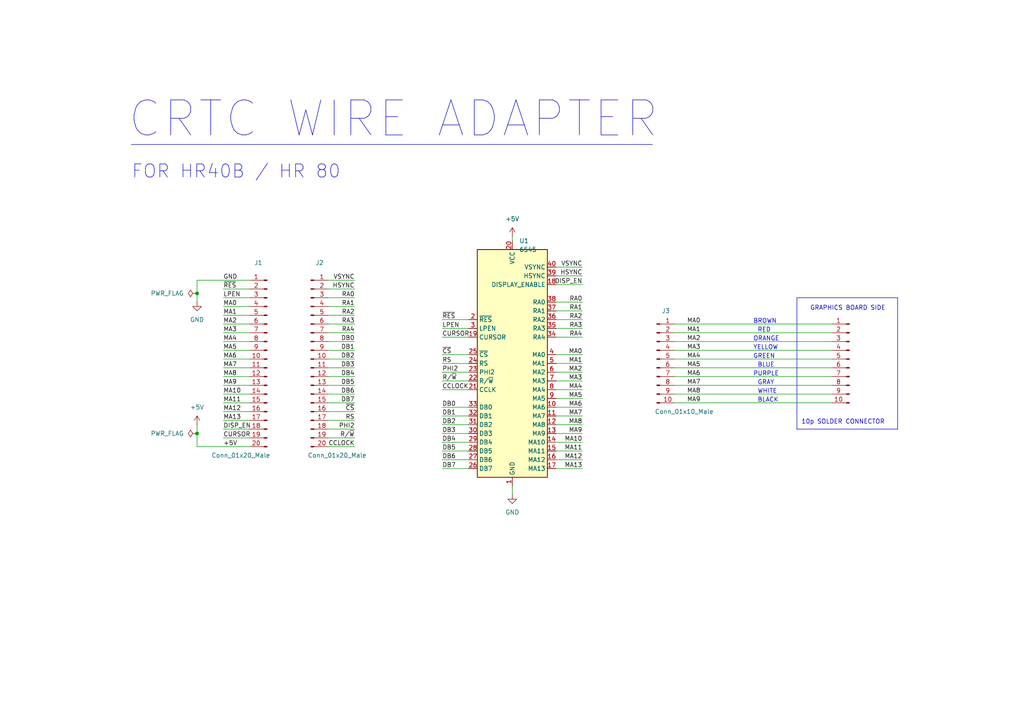
<source format=kicad_sch>
(kicad_sch (version 20231120) (generator "eeschema") (generator_version "8.0")
  (paper "A4")
  (title_block (title "CRTC WIRE ADAPTER") (date "2023-02-21") (rev "V001") (comment 2 "creativecommons.org/licenses/by-sa/4.0/") (comment 3 "License: CC BY-SA 4.0") (comment 4 "Author: InsaneDruid"))
  (lib_symbols
    (symbol "Connector:Conn_01x10_Pin" (pin_names (offset 1.016) hide)
      (property "Reference" "J" (at 0 12.7 0))
      (property "Value" "Conn_01x10_Pin" (at 0 -15.24 0))
      (symbol "Conn_01x10_Pin_1_1"
        (polyline (pts (xy 1.27 -12.7) (xy 0.8636 -12.7)) (stroke (width 0.1524)))
        (polyline (pts (xy 1.27 -10.16) (xy 0.8636 -10.16)) (stroke (width 0.1524)))
        (polyline (pts (xy 1.27 -7.62) (xy 0.8636 -7.62)) (stroke (width 0.1524)))
        (polyline (pts (xy 1.27 -5.08) (xy 0.8636 -5.08)) (stroke (width 0.1524)))
        (polyline (pts (xy 1.27 -2.54) (xy 0.8636 -2.54)) (stroke (width 0.1524)))
        (polyline (pts (xy 1.27 0) (xy 0.8636 0)) (stroke (width 0.1524)))
        (polyline (pts (xy 1.27 2.54) (xy 0.8636 2.54)) (stroke (width 0.1524)))
        (polyline (pts (xy 1.27 5.08) (xy 0.8636 5.08)) (stroke (width 0.1524)))
        (polyline (pts (xy 1.27 7.62) (xy 0.8636 7.62)) (stroke (width 0.1524)))
        (polyline (pts (xy 1.27 10.16) (xy 0.8636 10.16)) (stroke (width 0.1524)))
        (rectangle (start 0.8636 -12.573) (end 0 -12.827) (stroke (width 0.1524)) (fill (type outline)))
        (rectangle (start 0.8636 -10.033) (end 0 -10.287) (stroke (width 0.1524)) (fill (type outline)))
        (rectangle (start 0.8636 -7.493) (end 0 -7.747) (stroke (width 0.1524)) (fill (type outline)))
        (rectangle (start 0.8636 -4.953) (end 0 -5.207) (stroke (width 0.1524)) (fill (type outline)))
        (rectangle (start 0.8636 -2.413) (end 0 -2.667) (stroke (width 0.1524)) (fill (type outline)))
        (rectangle (start 0.8636 0.127) (end 0 -0.127) (stroke (width 0.1524)) (fill (type outline)))
        (rectangle (start 0.8636 2.667) (end 0 2.413) (stroke (width 0.1524)) (fill (type outline)))
        (rectangle (start 0.8636 5.207) (end 0 4.953) (stroke (width 0.1524)) (fill (type outline)))
        (rectangle (start 0.8636 7.747) (end 0 7.493) (stroke (width 0.1524)) (fill (type outline)))
        (rectangle (start 0.8636 10.287) (end 0 10.033) (stroke (width 0.1524)) (fill (type outline)))
        (pin passive line (at 5.08 10.16 180) (length 3.81) (name "Pin_1") (number "1"))
        (pin passive line (at 5.08 -12.7 180) (length 3.81) (name "Pin_10") (number "10"))
        (pin passive line (at 5.08 7.62 180) (length 3.81) (name "Pin_2") (number "2"))
        (pin passive line (at 5.08 5.08 180) (length 3.81) (name "Pin_3") (number "3"))
        (pin passive line (at 5.08 2.54 180) (length 3.81) (name "Pin_4") (number "4"))
        (pin passive line (at 5.08 0 180) (length 3.81) (name "Pin_5") (number "5"))
        (pin passive line (at 5.08 -2.54 180) (length 3.81) (name "Pin_6") (number "6"))
        (pin passive line (at 5.08 -5.08 180) (length 3.81) (name "Pin_7") (number "7"))
        (pin passive line (at 5.08 -7.62 180) (length 3.81) (name "Pin_8") (number "8"))
        (pin passive line (at 5.08 -10.16 180) (length 3.81) (name "Pin_9") (number "9"))
      )
    )
    (symbol "Connector:Conn_01x20_Pin" (pin_names (offset 1.016) hide)
      (property "Reference" "J" (at 0 25.4 0))
      (property "Value" "Conn_01x20_Pin" (at 0 -27.94 0))
      (symbol "Conn_01x20_Pin_1_1"
        (polyline (pts (xy 1.27 -25.4) (xy 0.8636 -25.4)) (stroke (width 0.1524)))
        (polyline (pts (xy 1.27 -22.86) (xy 0.8636 -22.86)) (stroke (width 0.1524)))
        (polyline (pts (xy 1.27 -20.32) (xy 0.8636 -20.32)) (stroke (width 0.1524)))
        (polyline (pts (xy 1.27 -17.78) (xy 0.8636 -17.78)) (stroke (width 0.1524)))
        (polyline (pts (xy 1.27 -15.24) (xy 0.8636 -15.24)) (stroke (width 0.1524)))
        (polyline (pts (xy 1.27 -12.7) (xy 0.8636 -12.7)) (stroke (width 0.1524)))
        (polyline (pts (xy 1.27 -10.16) (xy 0.8636 -10.16)) (stroke (width 0.1524)))
        (polyline (pts (xy 1.27 -7.62) (xy 0.8636 -7.62)) (stroke (width 0.1524)))
        (polyline (pts (xy 1.27 -5.08) (xy 0.8636 -5.08)) (stroke (width 0.1524)))
        (polyline (pts (xy 1.27 -2.54) (xy 0.8636 -2.54)) (stroke (width 0.1524)))
        (polyline (pts (xy 1.27 0) (xy 0.8636 0)) (stroke (width 0.1524)))
        (polyline (pts (xy 1.27 2.54) (xy 0.8636 2.54)) (stroke (width 0.1524)))
        (polyline (pts (xy 1.27 5.08) (xy 0.8636 5.08)) (stroke (width 0.1524)))
        (polyline (pts (xy 1.27 7.62) (xy 0.8636 7.62)) (stroke (width 0.1524)))
        (polyline (pts (xy 1.27 10.16) (xy 0.8636 10.16)) (stroke (width 0.1524)))
        (polyline (pts (xy 1.27 12.7) (xy 0.8636 12.7)) (stroke (width 0.1524)))
        (polyline (pts (xy 1.27 15.24) (xy 0.8636 15.24)) (stroke (width 0.1524)))
        (polyline (pts (xy 1.27 17.78) (xy 0.8636 17.78)) (stroke (width 0.1524)))
        (polyline (pts (xy 1.27 20.32) (xy 0.8636 20.32)) (stroke (width 0.1524)))
        (polyline (pts (xy 1.27 22.86) (xy 0.8636 22.86)) (stroke (width 0.1524)))
        (rectangle (start 0.8636 -25.273) (end 0 -25.527) (stroke (width 0.1524)) (fill (type outline)))
        (rectangle (start 0.8636 -22.733) (end 0 -22.987) (stroke (width 0.1524)) (fill (type outline)))
        (rectangle (start 0.8636 -20.193) (end 0 -20.447) (stroke (width 0.1524)) (fill (type outline)))
        (rectangle (start 0.8636 -17.653) (end 0 -17.907) (stroke (width 0.1524)) (fill (type outline)))
        (rectangle (start 0.8636 -15.113) (end 0 -15.367) (stroke (width 0.1524)) (fill (type outline)))
        (rectangle (start 0.8636 -12.573) (end 0 -12.827) (stroke (width 0.1524)) (fill (type outline)))
        (rectangle (start 0.8636 -10.033) (end 0 -10.287) (stroke (width 0.1524)) (fill (type outline)))
        (rectangle (start 0.8636 -7.493) (end 0 -7.747) (stroke (width 0.1524)) (fill (type outline)))
        (rectangle (start 0.8636 -4.953) (end 0 -5.207) (stroke (width 0.1524)) (fill (type outline)))
        (rectangle (start 0.8636 -2.413) (end 0 -2.667) (stroke (width 0.1524)) (fill (type outline)))
        (rectangle (start 0.8636 0.127) (end 0 -0.127) (stroke (width 0.1524)) (fill (type outline)))
        (rectangle (start 0.8636 2.667) (end 0 2.413) (stroke (width 0.1524)) (fill (type outline)))
        (rectangle (start 0.8636 5.207) (end 0 4.953) (stroke (width 0.1524)) (fill (type outline)))
        (rectangle (start 0.8636 7.747) (end 0 7.493) (stroke (width 0.1524)) (fill (type outline)))
        (rectangle (start 0.8636 10.287) (end 0 10.033) (stroke (width 0.1524)) (fill (type outline)))
        (rectangle (start 0.8636 12.827) (end 0 12.573) (stroke (width 0.1524)) (fill (type outline)))
        (rectangle (start 0.8636 15.367) (end 0 15.113) (stroke (width 0.1524)) (fill (type outline)))
        (rectangle (start 0.8636 17.907) (end 0 17.653) (stroke (width 0.1524)) (fill (type outline)))
        (rectangle (start 0.8636 20.447) (end 0 20.193) (stroke (width 0.1524)) (fill (type outline)))
        (rectangle (start 0.8636 22.987) (end 0 22.733) (stroke (width 0.1524)) (fill (type outline)))
        (pin passive line (at 5.08 22.86 180) (length 3.81) (name "Pin_1") (number "1"))
        (pin passive line (at 5.08 0 180) (length 3.81) (name "Pin_10") (number "10"))
        (pin passive line (at 5.08 -2.54 180) (length 3.81) (name "Pin_11") (number "11"))
        (pin passive line (at 5.08 -5.08 180) (length 3.81) (name "Pin_12") (number "12"))
        (pin passive line (at 5.08 -7.62 180) (length 3.81) (name "Pin_13") (number "13"))
        (pin passive line (at 5.08 -10.16 180) (length 3.81) (name "Pin_14") (number "14"))
        (pin passive line (at 5.08 -12.7 180) (length 3.81) (name "Pin_15") (number "15"))
        (pin passive line (at 5.08 -15.24 180) (length 3.81) (name "Pin_16") (number "16"))
        (pin passive line (at 5.08 -17.78 180) (length 3.81) (name "Pin_17") (number "17"))
        (pin passive line (at 5.08 -20.32 180) (length 3.81) (name "Pin_18") (number "18"))
        (pin passive line (at 5.08 -22.86 180) (length 3.81) (name "Pin_19") (number "19"))
        (pin passive line (at 5.08 20.32 180) (length 3.81) (name "Pin_2") (number "2"))
        (pin passive line (at 5.08 -25.4 180) (length 3.81) (name "Pin_20") (number "20"))
        (pin passive line (at 5.08 17.78 180) (length 3.81) (name "Pin_3") (number "3"))
        (pin passive line (at 5.08 15.24 180) (length 3.81) (name "Pin_4") (number "4"))
        (pin passive line (at 5.08 12.7 180) (length 3.81) (name "Pin_5") (number "5"))
        (pin passive line (at 5.08 10.16 180) (length 3.81) (name "Pin_6") (number "6"))
        (pin passive line (at 5.08 7.62 180) (length 3.81) (name "Pin_7") (number "7"))
        (pin passive line (at 5.08 5.08 180) (length 3.81) (name "Pin_8") (number "8"))
        (pin passive line (at 5.08 2.54 180) (length 3.81) (name "Pin_9") (number "9"))
      )
    )
    (symbol "hrXX_lib_sch:6545"
      (property "Reference" "U" (at 2.54 35.56 0))
      (property "Value" "6545" (at 2.54 33.02 0))
      (symbol "6545_0_1"
        (rectangle (start -10.16 33.02) (end 10.16 -33.02) (stroke (width 0.254)) (fill (type background)))
      )
      (symbol "6545_1_1"
        (pin power_in line (at 0 -35.56 90) (length 2.54) (name "GND") (number "1"))
        (pin output line (at 12.7 -12.7 180) (length 2.54) (name "MA6") (number "10"))
        (pin output line (at 12.7 -15.24 180) (length 2.54) (name "MA7") (number "11"))
        (pin output line (at 12.7 -17.78 180) (length 2.54) (name "MA8") (number "12"))
        (pin output line (at 12.7 -20.32 180) (length 2.54) (name "MA9") (number "13"))
        (pin output line (at 12.7 -22.86 180) (length 2.54) (name "MA10") (number "14"))
        (pin output line (at 12.7 -25.4 180) (length 2.54) (name "MA11") (number "15"))
        (pin output line (at 12.7 -27.94 180) (length 2.54) (name "MA12") (number "16"))
        (pin output line (at 12.7 -30.48 180) (length 2.54) (name "MA13") (number "17"))
        (pin output line (at 12.7 22.86 180) (length 2.54) (name "DISPLAY_ENABLE") (number "18"))
        (pin input line (at -12.7 7.62 0) (length 2.54) (name "CURSOR") (number "19"))
        (pin input line (at -12.7 12.7 0) (length 2.54) (name "~{RES}") (number "2"))
        (pin power_in line (at 0 35.56 270) (length 2.54) (name "VCC") (number "20"))
        (pin input line (at -12.7 -7.62 0) (length 2.54) (name "CCLK") (number "21"))
        (pin input line (at -12.7 -5.08 0) (length 2.54) (name "R/~{W}") (number "22"))
        (pin input line (at -12.7 -2.54 0) (length 2.54) (name "PHI2") (number "23"))
        (pin input line (at -12.7 0 0) (length 2.54) (name "RS") (number "24"))
        (pin input line (at -12.7 2.54 0) (length 2.54) (name "~{CS}") (number "25"))
        (pin bidirectional line (at -12.7 -30.48 0) (length 2.54) (name "DB7") (number "26"))
        (pin bidirectional line (at -12.7 -27.94 0) (length 2.54) (name "DB6") (number "27"))
        (pin bidirectional line (at -12.7 -25.4 0) (length 2.54) (name "DB5") (number "28"))
        (pin bidirectional line (at -12.7 -22.86 0) (length 2.54) (name "DB4") (number "29"))
        (pin input line (at -12.7 10.16 0) (length 2.54) (name "LPEN") (number "3"))
        (pin bidirectional line (at -12.7 -20.32 0) (length 2.54) (name "DB3") (number "30"))
        (pin bidirectional line (at -12.7 -17.78 0) (length 2.54) (name "DB2") (number "31"))
        (pin bidirectional line (at -12.7 -15.24 0) (length 2.54) (name "DB1") (number "32"))
        (pin bidirectional line (at -12.7 -12.7 0) (length 2.54) (name "DB0") (number "33"))
        (pin output line (at 12.7 7.62 180) (length 2.54) (name "RA4") (number "34"))
        (pin output line (at 12.7 10.16 180) (length 2.54) (name "RA3") (number "35"))
        (pin output line (at 12.7 12.7 180) (length 2.54) (name "RA2") (number "36"))
        (pin output line (at 12.7 15.24 180) (length 2.54) (name "RA1") (number "37"))
        (pin output line (at 12.7 17.78 180) (length 2.54) (name "RA0") (number "38"))
        (pin output line (at 12.7 25.4 180) (length 2.54) (name "HSYNC") (number "39"))
        (pin output line (at 12.7 2.54 180) (length 2.54) (name "MA0") (number "4"))
        (pin output line (at 12.7 27.94 180) (length 2.54) (name "VSYNC") (number "40"))
        (pin output line (at 12.7 0 180) (length 2.54) (name "MA1") (number "5"))
        (pin output line (at 12.7 -2.54 180) (length 2.54) (name "MA2") (number "6"))
        (pin output line (at 12.7 -5.08 180) (length 2.54) (name "MA3") (number "7"))
        (pin output line (at 12.7 -7.62 180) (length 2.54) (name "MA4") (number "8"))
        (pin output line (at 12.7 -10.16 180) (length 2.54) (name "MA5") (number "9"))
      )
    )
    (symbol "power:+5V" (power) (pin_numbers hide) (pin_names (offset 0) hide)
      (property "Value" "+5V" (at 0 3.556 0))
      (symbol "+5V_0_1"
        (polyline (pts (xy -0.762 1.27) (xy 0 2.54)))
        (polyline (pts (xy 0 0) (xy 0 2.54)))
        (polyline (pts (xy 0 2.54) (xy 0.762 1.27)))
      )
      (symbol "+5V_1_1"
        (pin power_in line (at 0 0 90) (length 0) (name "~") (number "1"))
      )
    )
    (symbol "power:GND" (power) (pin_numbers hide) (pin_names (offset 0) hide)
      (property "Value" "GND" (at 0 -3.81 0))
      (symbol "GND_0_1"
        (polyline (pts (xy 0 0) (xy 0 -1.27) (xy 1.27 -1.27) (xy 0 -2.54) (xy -1.27 -1.27) (xy 0 -1.27)))
      )
      (symbol "GND_1_1"
        (pin power_in line (at 0 0 270) (length 0) (name "~") (number "1"))
      )
    )
    (symbol "power:PWR_FLAG" (power) (pin_numbers hide) (pin_names (offset 0) hide)
      (property "Value" "PWR_FLAG" (at 0 3.81 0))
      (symbol "PWR_FLAG_0_0"
        (pin power_out line (at 0 0 90) (length 0) (name "~") (number "1"))
      )
      (symbol "PWR_FLAG_0_1"
        (polyline (pts (xy 0 0) (xy 0 1.27) (xy -1.016 1.905) (xy 0 2.54) (xy 1.016 1.905) (xy 0 1.27)))
      )
    )
  )
  (junction (at 57.15 125.73))
  (junction (at 57.15 85.09))
  (wire (pts (xy 95.25 129.54) (xy 102.87 129.54)))
  (wire (pts (xy 161.29 120.65) (xy 168.91 120.65)))
  (wire (pts (xy 72.39 127) (xy 64.77 127)))
  (wire (pts (xy 95.25 88.9) (xy 102.87 88.9)))
  (wire (pts (xy 72.39 109.22) (xy 64.77 109.22)))
  (wire (pts (xy 195.58 106.68) (xy 241.3 106.68)))
  (wire (pts (xy 57.15 129.54) (xy 72.39 129.54)))
  (wire (pts (xy 161.29 110.49) (xy 168.91 110.49)))
  (wire (pts (xy 161.29 92.71) (xy 168.91 92.71)))
  (wire (pts (xy 72.39 86.36) (xy 64.77 86.36)))
  (wire (pts (xy 95.25 106.68) (xy 102.87 106.68)))
  (wire (pts (xy 57.15 81.28) (xy 57.15 85.09)))
  (wire (pts (xy 135.89 133.35) (xy 128.27 133.35)))
  (wire (pts (xy 72.39 104.14) (xy 64.77 104.14)))
  (wire (pts (xy 161.29 82.55) (xy 168.91 82.55)))
  (wire (pts (xy 72.39 91.44) (xy 64.77 91.44)))
  (wire (pts (xy 72.39 99.06) (xy 64.77 99.06)))
  (wire (pts (xy 135.89 92.71) (xy 128.27 92.71)))
  (wire (pts (xy 161.29 115.57) (xy 168.91 115.57)))
  (wire (pts (xy 135.89 95.25) (xy 128.27 95.25)))
  (wire (pts (xy 195.58 93.98) (xy 241.3 93.98)))
  (wire (pts (xy 57.15 85.09) (xy 57.15 87.63)))
  (wire (pts (xy 135.89 125.73) (xy 128.27 125.73)))
  (wire (pts (xy 95.25 104.14) (xy 102.87 104.14)))
  (wire (pts (xy 95.25 86.36) (xy 102.87 86.36)))
  (wire (pts (xy 95.25 101.6) (xy 102.87 101.6)))
  (wire (pts (xy 72.39 119.38) (xy 64.77 119.38)))
  (polyline (pts (xy 260.35 124.46) (xy 260.35 86.36)))
  (wire (pts (xy 161.29 135.89) (xy 168.91 135.89)))
  (wire (pts (xy 161.29 87.63) (xy 168.91 87.63)))
  (wire (pts (xy 161.29 125.73) (xy 168.91 125.73)))
  (wire (pts (xy 95.25 127) (xy 102.87 127)))
  (wire (pts (xy 161.29 97.79) (xy 168.91 97.79)))
  (polyline (pts (xy 231.14 86.36) (xy 260.35 86.36)))
  (wire (pts (xy 135.89 120.65) (xy 128.27 120.65)))
  (wire (pts (xy 161.29 128.27) (xy 168.91 128.27)))
  (wire (pts (xy 135.89 105.41) (xy 128.27 105.41)))
  (wire (pts (xy 161.29 105.41) (xy 168.91 105.41)))
  (wire (pts (xy 195.58 104.14) (xy 241.3 104.14)))
  (wire (pts (xy 135.89 128.27) (xy 128.27 128.27)))
  (wire (pts (xy 195.58 101.6) (xy 241.3 101.6)))
  (wire (pts (xy 161.29 95.25) (xy 168.91 95.25)))
  (wire (pts (xy 72.39 88.9) (xy 64.77 88.9)))
  (wire (pts (xy 57.15 123.19) (xy 57.15 125.73)))
  (wire (pts (xy 195.58 116.84) (xy 241.3 116.84)))
  (wire (pts (xy 195.58 109.22) (xy 241.3 109.22)))
  (wire (pts (xy 195.58 99.06) (xy 241.3 99.06)))
  (wire (pts (xy 95.25 121.92) (xy 102.87 121.92)))
  (wire (pts (xy 161.29 80.01) (xy 168.91 80.01)))
  (wire (pts (xy 161.29 133.35) (xy 168.91 133.35)))
  (wire (pts (xy 72.39 106.68) (xy 64.77 106.68)))
  (wire (pts (xy 148.59 140.97) (xy 148.59 143.51)))
  (wire (pts (xy 161.29 123.19) (xy 168.91 123.19)))
  (wire (pts (xy 161.29 130.81) (xy 168.91 130.81)))
  (wire (pts (xy 95.25 119.38) (xy 102.87 119.38)))
  (wire (pts (xy 95.25 124.46) (xy 102.87 124.46)))
  (wire (pts (xy 72.39 124.46) (xy 64.77 124.46)))
  (wire (pts (xy 135.89 102.87) (xy 128.27 102.87)))
  (wire (pts (xy 161.29 107.95) (xy 168.91 107.95)))
  (wire (pts (xy 72.39 83.82) (xy 64.77 83.82)))
  (wire (pts (xy 72.39 111.76) (xy 64.77 111.76)))
  (wire (pts (xy 135.89 135.89) (xy 128.27 135.89)))
  (wire (pts (xy 95.25 83.82) (xy 102.87 83.82)))
  (wire (pts (xy 161.29 90.17) (xy 168.91 90.17)))
  (wire (pts (xy 95.25 109.22) (xy 102.87 109.22)))
  (wire (pts (xy 135.89 123.19) (xy 128.27 123.19)))
  (wire (pts (xy 72.39 101.6) (xy 64.77 101.6)))
  (wire (pts (xy 161.29 118.11) (xy 168.91 118.11)))
  (wire (pts (xy 95.25 116.84) (xy 102.87 116.84)))
  (wire (pts (xy 161.29 113.03) (xy 168.91 113.03)))
  (wire (pts (xy 72.39 96.52) (xy 64.77 96.52)))
  (polyline (pts (xy 231.14 124.46) (xy 260.35 124.46)))
  (wire (pts (xy 148.59 68.58) (xy 148.59 69.85)))
  (wire (pts (xy 72.39 93.98) (xy 64.77 93.98)))
  (wire (pts (xy 72.39 114.3) (xy 64.77 114.3)))
  (wire (pts (xy 72.39 121.92) (xy 64.77 121.92)))
  (wire (pts (xy 161.29 102.87) (xy 168.91 102.87)))
  (wire (pts (xy 95.25 81.28) (xy 102.87 81.28)))
  (wire (pts (xy 195.58 114.3) (xy 241.3 114.3)))
  (wire (pts (xy 135.89 118.11) (xy 128.27 118.11)))
  (wire (pts (xy 95.25 96.52) (xy 102.87 96.52)))
  (wire (pts (xy 135.89 110.49) (xy 128.27 110.49)))
  (wire (pts (xy 95.25 93.98) (xy 102.87 93.98)))
  (wire (pts (xy 135.89 130.81) (xy 128.27 130.81)))
  (wire (pts (xy 161.29 77.47) (xy 168.91 77.47)))
  (wire (pts (xy 72.39 116.84) (xy 64.77 116.84)))
  (wire (pts (xy 195.58 111.76) (xy 241.3 111.76)))
  (wire (pts (xy 95.25 91.44) (xy 102.87 91.44)))
  (polyline (pts (xy 38.1 41.91) (xy 189.23 41.91)) (stroke (width 0) (type solid)))
  (wire (pts (xy 135.89 97.79) (xy 128.27 97.79)))
  (wire (pts (xy 57.15 125.73) (xy 57.15 129.54)))
  (wire (pts (xy 195.58 96.52) (xy 241.3 96.52)))
  (polyline (pts (xy 231.14 86.36) (xy 231.14 124.46)))
  (wire (pts (xy 95.25 114.3) (xy 102.87 114.3)))
  (wire (pts (xy 95.25 99.06) (xy 102.87 99.06)))
  (wire (pts (xy 57.15 81.28) (xy 72.39 81.28)))
  (wire (pts (xy 95.25 111.76) (xy 102.87 111.76)))
  (wire (pts (xy 135.89 113.03) (xy 128.27 113.03)))
  (wire (pts (xy 135.89 107.95) (xy 128.27 107.95)))
  (text "PURPLE" (at 218.44 109.22 0) (effects (font (size 1.27 1.27)) (justify left bottom)))
  (text "10p SOLDER CONNECTOR" (at 232.41 123.19 0) (effects (font (size 1.27 1.27)) (justify left bottom)))
  (text "BROWN" (at 218.44 93.98 0) (effects (font (size 1.27 1.27)) (justify left bottom)))
  (text "CRTC WIRE ADAPTER" (at 36.83 40.64 0) (effects (font (size 10.16 10.16)) (justify left bottom)))
  (text "GRAY" (at 219.71 111.76 0) (effects (font (size 1.27 1.27)) (justify left bottom)))
  (text "YELLOW" (at 218.44 101.6 0) (effects (font (size 1.27 1.27)) (justify left bottom)))
  (text "BLACK" (at 219.71 116.84 0) (effects (font (size 1.27 1.27)) (justify left bottom)))
  (text "BLUE" (at 219.71 106.68 0) (effects (font (size 1.27 1.27)) (justify left bottom)))
  (text "GREEN" (at 218.44 104.14 0) (effects (font (size 1.27 1.27)) (justify left bottom)))
  (text "RED" (at 219.71 96.52 0) (effects (font (size 1.27 1.27)) (justify left bottom)))
  (text "WHITE" (at 219.71 114.3 0) (effects (font (size 1.27 1.27)) (justify left bottom)))
  (text "GRAPHICS BOARD SIDE" (at 234.95 90.17 0) (effects (font (size 1.27 1.27)) (justify left bottom)))
  (text "ORANGE" (at 218.44 99.06 0) (effects (font (size 1.27 1.27)) (justify left bottom)))
  (text "FOR HR40B / HR 80" (at 38.1 52.07 0) (effects (font (size 3.81 3.81)) (justify left bottom)))
  (label "DB3" (at 102.87 106.68 180))
  (label "~{CS}" (at 128.27 102.87 0))
  (label "MA7" (at 203.2 111.76 180))
  (label "MA2" (at 64.77 93.98 0))
  (label "MA9" (at 64.77 111.76 0))
  (label "DB0" (at 102.87 99.06 180))
  (label "VSYNC" (at 102.87 81.28 180))
  (label "DB1" (at 128.27 120.65 0))
  (label "MA5" (at 168.91 115.57 180))
  (label "MA11" (at 168.91 130.81 180))
  (label "CCLOCK" (at 128.27 113.03 0))
  (label "VSYNC" (at 168.91 77.47 180))
  (label "MA8" (at 168.91 123.19 180))
  (label "MA10" (at 168.91 128.27 180))
  (label "MA12" (at 168.91 133.35 180))
  (label "DISP_EN" (at 64.77 124.46 0))
  (label "MA6" (at 64.77 104.14 0))
  (label "MA1" (at 64.77 91.44 0))
  (label "DB1" (at 102.87 101.6 180))
  (label "RA4" (at 168.91 97.79 180))
  (label "MA13" (at 168.91 135.89 180))
  (label "RA0" (at 102.87 86.36 180))
  (label "~{CS}" (at 102.87 119.38 180))
  (label "LPEN" (at 128.27 95.25 0))
  (label "RA1" (at 168.91 90.17 180))
  (label "MA1" (at 203.2 96.52 180))
  (label "MA4" (at 64.77 99.06 0))
  (label "RS" (at 128.27 105.41 0))
  (label "MA2" (at 168.91 107.95 180))
  (label "DB7" (at 128.27 135.89 0))
  (label "MA4" (at 203.2 104.14 180))
  (label "MA8" (at 64.77 109.22 0))
  (label "MA6" (at 203.2 109.22 180))
  (label "PHI2" (at 102.87 124.46 180))
  (label "R{slash}~{W}" (at 128.27 110.49 0))
  (label "MA8" (at 203.2 114.3 180))
  (label "CURSOR" (at 128.27 97.79 0))
  (label "MA12" (at 64.77 119.38 0))
  (label "DB6" (at 128.27 133.35 0))
  (label "DISP_EN" (at 168.91 82.55 180))
  (label "MA0" (at 203.2 93.98 180))
  (label "PHI2" (at 128.27 107.95 0))
  (label "MA7" (at 64.77 106.68 0))
  (label "MA1" (at 168.91 105.41 180))
  (label "CCLOCK" (at 102.87 129.54 180))
  (label "MA10" (at 64.77 114.3 0))
  (label "MA5" (at 203.2 106.68 180))
  (label "MA4" (at 168.91 113.03 180))
  (label "DB5" (at 128.27 130.81 0))
  (label "~{RES}" (at 128.27 92.71 0))
  (label "MA5" (at 64.77 101.6 0))
  (label "HSYNC" (at 102.87 83.82 180))
  (label "HSYNC" (at 168.91 80.01 180))
  (label "MA3" (at 64.77 96.52 0))
  (label "MA0" (at 168.91 102.87 180))
  (label "MA3" (at 203.2 101.6 180))
  (label "MA9" (at 168.91 125.73 180))
  (label "MA0" (at 64.77 88.9 0))
  (label "~{RES}" (at 64.77 83.82 0))
  (label "DB0" (at 128.27 118.11 0))
  (label "RA3" (at 168.91 95.25 180))
  (label "LPEN" (at 64.77 86.36 0))
  (label "MA3" (at 168.91 110.49 180))
  (label "MA2" (at 203.2 99.06 180))
  (label "RA1" (at 102.87 88.9 180))
  (label "MA13" (at 64.77 121.92 0))
  (label "MA7" (at 168.91 120.65 180))
  (label "DB7" (at 102.87 116.84 180))
  (label "GND" (at 64.77 81.28 0))
  (label "DB4" (at 128.27 128.27 0))
  (label "RA2" (at 102.87 91.44 180))
  (label "RA3" (at 102.87 93.98 180))
  (label "R{slash}~{W}" (at 102.87 127 180))
  (label "DB3" (at 128.27 125.73 0))
  (label "+5V" (at 64.77 129.54 0))
  (label "DB2" (at 128.27 123.19 0))
  (label "MA6" (at 168.91 118.11 180))
  (label "CURSOR" (at 64.77 127 0))
  (label "DB6" (at 102.87 114.3 180))
  (label "RA0" (at 168.91 87.63 180))
  (label "DB2" (at 102.87 104.14 180))
  (label "RA2" (at 168.91 92.71 180))
  (label "DB5" (at 102.87 111.76 180))
  (label "DB4" (at 102.87 109.22 180))
  (label "RS" (at 102.87 121.92 180))
  (label "MA11" (at 64.77 116.84 0))
  (label "RA4" (at 102.87 96.52 180))
  (label "MA9" (at 203.2 116.84 180))
  (symbol (lib_id "Connector:Conn_01x10_Pin") (at 190.5 104.14 0) (unit 1)
    (property "Reference" "J3" (at 194.31 90.17 0) (effects (justify right)))
    (property "Value" "Conn_01x10_Male" (at 207.01 119.38 0) (effects (justify right)))
    (property "Footprint" "hrXX_lib_fp:Conn_02_05_Odd_Even" (effects (hide yes)))
    (property "Description" "Generic connector, single row, 01x10, script generated" (effects (hide yes)))
  )
  (symbol (lib_id "hrXX_lib_sch:6545") (at 148.59 105.41 0) (unit 1)
    (property "Reference" "U1" (at 150.6094 69.85 0) (effects (justify left)))
    (property "Value" "6545" (at 150.6094 72.39 0) (effects (justify left)))
    (property "Footprint" "hrXX_lib_fp:DIP-40_W15.24mm_Socket" (effects (hide yes)))
    (property "Datasheet" "http://archive.6502.org/datasheets/mos_6545-1_crtc.pdf" (effects (hide yes)))
    (property "Description" "CRT Controller (CRTC)" (effects (hide yes)))
  )
  (symbol (lib_id "power:GND") (at 148.59 143.51 0) (unit 1)
    (property "Reference" "#PWR0101" (effects (hide yes)))
    (property "Value" "GND" (at 148.59 148.59 0))
    (property "Description" "Power symbol creates a global label with name \"GND\" , ground" (effects (hide yes)))
  )
  (symbol (lib_id "Connector:Conn_01x10_Pin") (at 246.38 104.14 0) (mirror y) (unit 1) (in_bom no) (on_board no)
    (property "Reference" "J4" (effects (hide yes)))
    (property "Value" "Conn_01x10_Male" (effects (hide yes)))
    (property "Footprint" "hrXX_lib_fp:Conn_02_05_Odd_Even" (effects (hide yes)))
    (property "Description" "Generic connector, single row, 01x10, script generated" (effects (hide yes)))
  )
  (symbol (lib_id "power:+5V") (at 148.59 68.58 0) (unit 1)
    (property "Reference" "#PWR0102" (effects (hide yes)))
    (property "Value" "+5V" (at 148.59 63.5 0))
    (property "Description" "Power symbol creates a global label with name \"+5V\"" (effects (hide yes)))
  )
  (symbol (lib_id "Connector:Conn_01x20_Pin") (at 77.47 104.14 0) (mirror y) (unit 1)
    (property "Reference" "J1" (at 74.93 76.2 0))
    (property "Value" "Conn_01x20_Male" (at 69.85 132.08 0))
    (property "Footprint" "hrXX_lib_fp:PinHeader_1x20_P2.54mm_Vertical" (effects (hide yes)))
    (property "Description" "Generic connector, single row, 01x20, script generated" (effects (hide yes)))
  )
  (symbol (lib_id "power:+5V") (at 57.15 123.19 0) (unit 1)
    (property "Reference" "#PWR0104" (effects (hide yes)))
    (property "Value" "+5V" (at 57.15 118.11 0))
    (property "Description" "Power symbol creates a global label with name \"+5V\"" (effects (hide yes)))
  )
  (symbol (lib_id "power:PWR_FLAG") (at 57.15 125.73 90) (unit 1)
    (property "Reference" "#FLG0101" (effects (hide yes)))
    (property "Value" "PWR_FLAG" (at 53.34 125.7299 90) (effects (justify left)))
    (property "Description" "Special symbol for telling ERC where power comes from" (effects (hide yes)))
  )
  (symbol (lib_id "power:GND") (at 57.15 87.63 0) (unit 1)
    (property "Reference" "#PWR0103" (effects (hide yes)))
    (property "Value" "GND" (at 57.15 92.71 0))
    (property "Description" "Power symbol creates a global label with name \"GND\" , ground" (effects (hide yes)))
  )
  (symbol (lib_id "power:PWR_FLAG") (at 57.15 85.09 90) (mirror x) (unit 1)
    (property "Reference" "#FLG0102" (effects (hide yes)))
    (property "Value" "PWR_FLAG" (at 53.34 85.0899 90) (effects (justify left)))
    (property "Description" "Special symbol for telling ERC where power comes from" (effects (hide yes)))
  )
  (symbol (lib_id "Connector:Conn_01x20_Pin") (at 90.17 104.14 0) (unit 1)
    (property "Reference" "J2" (at 92.71 76.2 0))
    (property "Value" "Conn_01x20_Male" (at 97.79 132.08 0))
    (property "Footprint" "hrXX_lib_fp:PinHeader_1x20_P2.54mm_Vertical" (effects (hide yes)))
    (property "Description" "Generic connector, single row, 01x20, script generated" (effects (hide yes)))
  )
)
</source>
